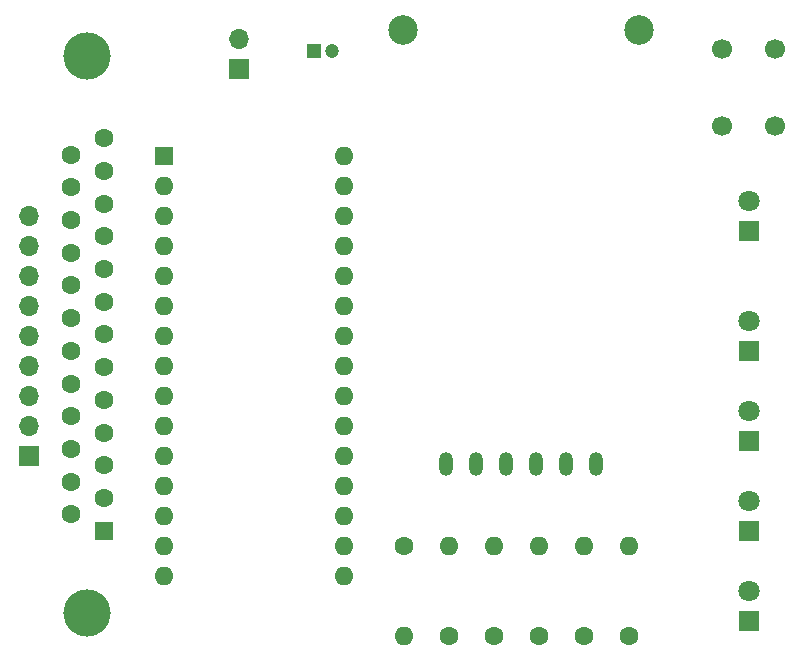
<source format=gbr>
%TF.GenerationSoftware,KiCad,Pcbnew,(5.1.9)-1*%
%TF.CreationDate,2021-02-16T00:15:54-06:00*%
%TF.ProjectId,SmartportSD-Nano-Shield,536d6172-7470-46f7-9274-53442d4e616e,rev?*%
%TF.SameCoordinates,Original*%
%TF.FileFunction,Soldermask,Top*%
%TF.FilePolarity,Negative*%
%FSLAX46Y46*%
G04 Gerber Fmt 4.6, Leading zero omitted, Abs format (unit mm)*
G04 Created by KiCad (PCBNEW (5.1.9)-1) date 2021-02-16 00:15:54*
%MOMM*%
%LPD*%
G01*
G04 APERTURE LIST*
%ADD10C,2.500000*%
%ADD11O,1.200000X2.000000*%
%ADD12O,1.600000X1.600000*%
%ADD13C,1.600000*%
%ADD14O,1.700000X1.700000*%
%ADD15R,1.700000X1.700000*%
%ADD16C,1.800000*%
%ADD17R,1.800000X1.800000*%
%ADD18C,1.200000*%
%ADD19R,1.200000X1.200000*%
%ADD20R,1.600000X1.600000*%
%ADD21C,1.700000*%
%ADD22C,4.000000*%
G04 APERTURE END LIST*
D10*
%TO.C,MOD1*%
X172310000Y-63018000D03*
X152310000Y-63018000D03*
D11*
X168660000Y-99768000D03*
X166120000Y-99768000D03*
X163580000Y-99768000D03*
X161040000Y-99768000D03*
X158500000Y-99768000D03*
X155960000Y-99768000D03*
%TD*%
D12*
%TO.C,R6*%
X156210000Y-106680000D03*
D13*
X156210000Y-114300000D03*
%TD*%
D12*
%TO.C,R5*%
X160020000Y-106680000D03*
D13*
X160020000Y-114300000D03*
%TD*%
D12*
%TO.C,R4*%
X163830000Y-106680000D03*
D13*
X163830000Y-114300000D03*
%TD*%
D12*
%TO.C,R3*%
X167640000Y-106680000D03*
D13*
X167640000Y-114300000D03*
%TD*%
D14*
%TO.C,J2*%
X120650000Y-78740000D03*
X120650000Y-81280000D03*
X120650000Y-83820000D03*
X120650000Y-86360000D03*
X120650000Y-88900000D03*
X120650000Y-91440000D03*
X120650000Y-93980000D03*
X120650000Y-96520000D03*
D15*
X120650000Y-99060000D03*
%TD*%
D16*
%TO.C,D5*%
X181610000Y-77470000D03*
D17*
X181610000Y-80010000D03*
%TD*%
D16*
%TO.C,D4*%
X181610000Y-87630000D03*
D17*
X181610000Y-90170000D03*
%TD*%
D16*
%TO.C,D3*%
X181610000Y-95250000D03*
D17*
X181610000Y-97790000D03*
%TD*%
D16*
%TO.C,D2*%
X181610000Y-102870000D03*
D17*
X181610000Y-105410000D03*
%TD*%
D18*
%TO.C,C1*%
X146280000Y-64770000D03*
D19*
X144780000Y-64770000D03*
%TD*%
D12*
%TO.C,A1*%
X147320000Y-109220000D03*
X132080000Y-109220000D03*
X147320000Y-73660000D03*
X132080000Y-106680000D03*
X147320000Y-76200000D03*
X132080000Y-104140000D03*
X147320000Y-78740000D03*
X132080000Y-101600000D03*
X147320000Y-81280000D03*
X132080000Y-99060000D03*
X147320000Y-83820000D03*
X132080000Y-96520000D03*
X147320000Y-86360000D03*
X132080000Y-93980000D03*
X147320000Y-88900000D03*
X132080000Y-91440000D03*
X147320000Y-91440000D03*
X132080000Y-88900000D03*
X147320000Y-93980000D03*
X132080000Y-86360000D03*
X147320000Y-96520000D03*
X132080000Y-83820000D03*
X147320000Y-99060000D03*
X132080000Y-81280000D03*
X147320000Y-101600000D03*
X132080000Y-78740000D03*
X147320000Y-104140000D03*
X132080000Y-76200000D03*
X147320000Y-106680000D03*
D20*
X132080000Y-73660000D03*
%TD*%
D21*
%TO.C,SW1*%
X179324000Y-71120000D03*
X179324000Y-64620000D03*
X183824000Y-71120000D03*
X183824000Y-64620000D03*
%TD*%
D12*
%TO.C,R2*%
X171450000Y-106680000D03*
D13*
X171450000Y-114300000D03*
%TD*%
D12*
%TO.C,R1*%
X152400000Y-114300000D03*
D13*
X152400000Y-106680000D03*
%TD*%
D14*
%TO.C,JP1*%
X138430000Y-63754000D03*
D15*
X138430000Y-66294000D03*
%TD*%
D22*
%TO.C,J1*%
X125580000Y-112340000D03*
X125580000Y-65240000D03*
D13*
X124160000Y-73555000D03*
X124160000Y-76325000D03*
X124160000Y-79095000D03*
X124160000Y-81865000D03*
X124160000Y-84635000D03*
X124160000Y-87405000D03*
X124160000Y-90175000D03*
X124160000Y-92945000D03*
X124160000Y-95715000D03*
X124160000Y-98485000D03*
X124160000Y-101255000D03*
X124160000Y-104025000D03*
X127000000Y-72170000D03*
X127000000Y-74940000D03*
X127000000Y-77710000D03*
X127000000Y-80480000D03*
X127000000Y-83250000D03*
X127000000Y-86020000D03*
X127000000Y-88790000D03*
X127000000Y-91560000D03*
X127000000Y-94330000D03*
X127000000Y-97100000D03*
X127000000Y-99870000D03*
X127000000Y-102640000D03*
D20*
X127000000Y-105410000D03*
%TD*%
D16*
%TO.C,D1*%
X181610000Y-110490000D03*
D17*
X181610000Y-113030000D03*
%TD*%
M02*

</source>
